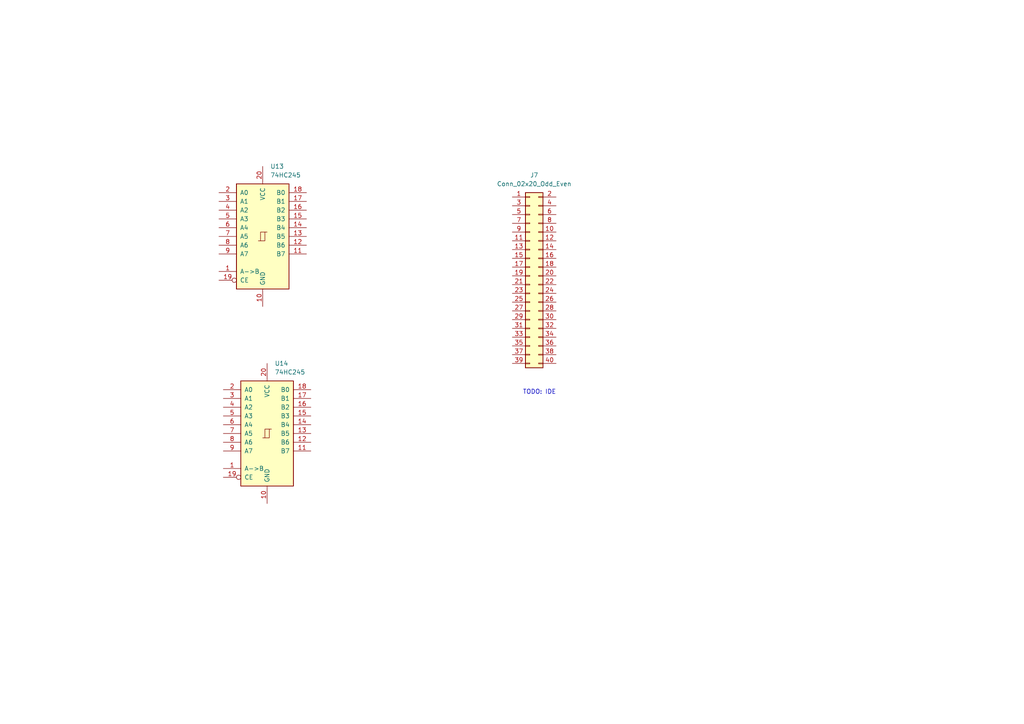
<source format=kicad_sch>
(kicad_sch (version 20231120) (generator "eeschema") (generator_version "8.0")
  (paper "A4")
  (title_block (title "Mackerel-10 SBC v1") (date "2024-07-30") (rev "1.0a") (company "Colin Maykish"))
  (lib_symbols
    (symbol "74xx:74HC245" (pin_names (offset 1.016))
      (property "Reference" "U" (at -7.62 16.51 0))
      (property "Value" "74HC245" (at -7.62 -16.51 0))
      (symbol "74HC245_1_0"
        (polyline (pts (xy -0.635 -1.27) (xy -0.635 1.27) (xy 0.635 1.27)))
        (polyline (pts (xy -1.27 -1.27) (xy 0.635 -1.27) (xy 0.635 1.27) (xy 1.27 1.27)))
        (pin input line (at -12.7 -10.16 0) (length 5.08) (name "A->B") (number "1"))
        (pin power_in line (at 0 -20.32 90) (length 5.08) (name "GND") (number "10"))
        (pin tri_state line (at 12.7 -5.08 180) (length 5.08) (name "B7") (number "11"))
        (pin tri_state line (at 12.7 -2.54 180) (length 5.08) (name "B6") (number "12"))
        (pin tri_state line (at 12.7 0 180) (length 5.08) (name "B5") (number "13"))
        (pin tri_state line (at 12.7 2.54 180) (length 5.08) (name "B4") (number "14"))
        (pin tri_state line (at 12.7 5.08 180) (length 5.08) (name "B3") (number "15"))
        (pin tri_state line (at 12.7 7.62 180) (length 5.08) (name "B2") (number "16"))
        (pin tri_state line (at 12.7 10.16 180) (length 5.08) (name "B1") (number "17"))
        (pin tri_state line (at 12.7 12.7 180) (length 5.08) (name "B0") (number "18"))
        (pin input inverted (at -12.7 -12.7 0) (length 5.08) (name "CE") (number "19"))
        (pin tri_state line (at -12.7 12.7 0) (length 5.08) (name "A0") (number "2"))
        (pin power_in line (at 0 20.32 270) (length 5.08) (name "VCC") (number "20"))
        (pin tri_state line (at -12.7 10.16 0) (length 5.08) (name "A1") (number "3"))
        (pin tri_state line (at -12.7 7.62 0) (length 5.08) (name "A2") (number "4"))
        (pin tri_state line (at -12.7 5.08 0) (length 5.08) (name "A3") (number "5"))
        (pin tri_state line (at -12.7 2.54 0) (length 5.08) (name "A4") (number "6"))
        (pin tri_state line (at -12.7 0 0) (length 5.08) (name "A5") (number "7"))
        (pin tri_state line (at -12.7 -2.54 0) (length 5.08) (name "A6") (number "8"))
        (pin tri_state line (at -12.7 -5.08 0) (length 5.08) (name "A7") (number "9"))
      )
      (symbol "74HC245_1_1"
        (rectangle (start -7.62 15.24) (end 7.62 -15.24) (stroke (width 0.254)) (fill (type background)))
      )
    )
    (symbol "Connector_Generic:Conn_02x20_Odd_Even" (pin_names (offset 1.016) hide)
      (property "Reference" "J" (at 1.27 25.4 0))
      (property "Value" "Conn_02x20_Odd_Even" (at 1.27 -27.94 0))
      (symbol "Conn_02x20_Odd_Even_1_1"
        (rectangle (start -1.27 -25.273) (end 0 -25.527) (stroke (width 0.1524)))
        (rectangle (start -1.27 -22.733) (end 0 -22.987) (stroke (width 0.1524)))
        (rectangle (start -1.27 -20.193) (end 0 -20.447) (stroke (width 0.1524)))
        (rectangle (start -1.27 -17.653) (end 0 -17.907) (stroke (width 0.1524)))
        (rectangle (start -1.27 -15.113) (end 0 -15.367) (stroke (width 0.1524)))
        (rectangle (start -1.27 -12.573) (end 0 -12.827) (stroke (width 0.1524)))
        (rectangle (start -1.27 -10.033) (end 0 -10.287) (stroke (width 0.1524)))
        (rectangle (start -1.27 -7.493) (end 0 -7.747) (stroke (width 0.1524)))
        (rectangle (start -1.27 -4.953) (end 0 -5.207) (stroke (width 0.1524)))
        (rectangle (start -1.27 -2.413) (end 0 -2.667) (stroke (width 0.1524)))
        (rectangle (start -1.27 0.127) (end 0 -0.127) (stroke (width 0.1524)))
        (rectangle (start -1.27 2.667) (end 0 2.413) (stroke (width 0.1524)))
        (rectangle (start -1.27 5.207) (end 0 4.953) (stroke (width 0.1524)))
        (rectangle (start -1.27 7.747) (end 0 7.493) (stroke (width 0.1524)))
        (rectangle (start -1.27 10.287) (end 0 10.033) (stroke (width 0.1524)))
        (rectangle (start -1.27 12.827) (end 0 12.573) (stroke (width 0.1524)))
        (rectangle (start -1.27 15.367) (end 0 15.113) (stroke (width 0.1524)))
        (rectangle (start -1.27 17.907) (end 0 17.653) (stroke (width 0.1524)))
        (rectangle (start -1.27 20.447) (end 0 20.193) (stroke (width 0.1524)))
        (rectangle (start -1.27 22.987) (end 0 22.733) (stroke (width 0.1524)))
        (rectangle (start -1.27 24.13) (end 3.81 -26.67) (stroke (width 0.254)) (fill (type background)))
        (rectangle (start 3.81 -25.273) (end 2.54 -25.527) (stroke (width 0.1524)))
        (rectangle (start 3.81 -22.733) (end 2.54 -22.987) (stroke (width 0.1524)))
        (rectangle (start 3.81 -20.193) (end 2.54 -20.447) (stroke (width 0.1524)))
        (rectangle (start 3.81 -17.653) (end 2.54 -17.907) (stroke (width 0.1524)))
        (rectangle (start 3.81 -15.113) (end 2.54 -15.367) (stroke (width 0.1524)))
        (rectangle (start 3.81 -12.573) (end 2.54 -12.827) (stroke (width 0.1524)))
        (rectangle (start 3.81 -10.033) (end 2.54 -10.287) (stroke (width 0.1524)))
        (rectangle (start 3.81 -7.493) (end 2.54 -7.747) (stroke (width 0.1524)))
        (rectangle (start 3.81 -4.953) (end 2.54 -5.207) (stroke (width 0.1524)))
        (rectangle (start 3.81 -2.413) (end 2.54 -2.667) (stroke (width 0.1524)))
        (rectangle (start 3.81 0.127) (end 2.54 -0.127) (stroke (width 0.1524)))
        (rectangle (start 3.81 2.667) (end 2.54 2.413) (stroke (width 0.1524)))
        (rectangle (start 3.81 5.207) (end 2.54 4.953) (stroke (width 0.1524)))
        (rectangle (start 3.81 7.747) (end 2.54 7.493) (stroke (width 0.1524)))
        (rectangle (start 3.81 10.287) (end 2.54 10.033) (stroke (width 0.1524)))
        (rectangle (start 3.81 12.827) (end 2.54 12.573) (stroke (width 0.1524)))
        (rectangle (start 3.81 15.367) (end 2.54 15.113) (stroke (width 0.1524)))
        (rectangle (start 3.81 17.907) (end 2.54 17.653) (stroke (width 0.1524)))
        (rectangle (start 3.81 20.447) (end 2.54 20.193) (stroke (width 0.1524)))
        (rectangle (start 3.81 22.987) (end 2.54 22.733) (stroke (width 0.1524)))
        (pin passive line (at -5.08 22.86 0) (length 3.81) (name "Pin_1") (number "1"))
        (pin passive line (at 7.62 12.7 180) (length 3.81) (name "Pin_10") (number "10"))
        (pin passive line (at -5.08 10.16 0) (length 3.81) (name "Pin_11") (number "11"))
        (pin passive line (at 7.62 10.16 180) (length 3.81) (name "Pin_12") (number "12"))
        (pin passive line (at -5.08 7.62 0) (length 3.81) (name "Pin_13") (number "13"))
        (pin passive line (at 7.62 7.62 180) (length 3.81) (name "Pin_14") (number "14"))
        (pin passive line (at -5.08 5.08 0) (length 3.81) (name "Pin_15") (number "15"))
        (pin passive line (at 7.62 5.08 180) (length 3.81) (name "Pin_16") (number "16"))
        (pin passive line (at -5.08 2.54 0) (length 3.81) (name "Pin_17") (number "17"))
        (pin passive line (at 7.62 2.54 180) (length 3.81) (name "Pin_18") (number "18"))
        (pin passive line (at -5.08 0 0) (length 3.81) (name "Pin_19") (number "19"))
        (pin passive line (at 7.62 22.86 180) (length 3.81) (name "Pin_2") (number "2"))
        (pin passive line (at 7.62 0 180) (length 3.81) (name "Pin_20") (number "20"))
        (pin passive line (at -5.08 -2.54 0) (length 3.81) (name "Pin_21") (number "21"))
        (pin passive line (at 7.62 -2.54 180) (length 3.81) (name "Pin_22") (number "22"))
        (pin passive line (at -5.08 -5.08 0) (length 3.81) (name "Pin_23") (number "23"))
        (pin passive line (at 7.62 -5.08 180) (length 3.81) (name "Pin_24") (number "24"))
        (pin passive line (at -5.08 -7.62 0) (length 3.81) (name "Pin_25") (number "25"))
        (pin passive line (at 7.62 -7.62 180) (length 3.81) (name "Pin_26") (number "26"))
        (pin passive line (at -5.08 -10.16 0) (length 3.81) (name "Pin_27") (number "27"))
        (pin passive line (at 7.62 -10.16 180) (length 3.81) (name "Pin_28") (number "28"))
        (pin passive line (at -5.08 -12.7 0) (length 3.81) (name "Pin_29") (number "29"))
        (pin passive line (at -5.08 20.32 0) (length 3.81) (name "Pin_3") (number "3"))
        (pin passive line (at 7.62 -12.7 180) (length 3.81) (name "Pin_30") (number "30"))
        (pin passive line (at -5.08 -15.24 0) (length 3.81) (name "Pin_31") (number "31"))
        (pin passive line (at 7.62 -15.24 180) (length 3.81) (name "Pin_32") (number "32"))
        (pin passive line (at -5.08 -17.78 0) (length 3.81) (name "Pin_33") (number "33"))
        (pin passive line (at 7.62 -17.78 180) (length 3.81) (name "Pin_34") (number "34"))
        (pin passive line (at -5.08 -20.32 0) (length 3.81) (name "Pin_35") (number "35"))
        (pin passive line (at 7.62 -20.32 180) (length 3.81) (name "Pin_36") (number "36"))
        (pin passive line (at -5.08 -22.86 0) (length 3.81) (name "Pin_37") (number "37"))
        (pin passive line (at 7.62 -22.86 180) (length 3.81) (name "Pin_38") (number "38"))
        (pin passive line (at -5.08 -25.4 0) (length 3.81) (name "Pin_39") (number "39"))
        (pin passive line (at 7.62 20.32 180) (length 3.81) (name "Pin_4") (number "4"))
        (pin passive line (at 7.62 -25.4 180) (length 3.81) (name "Pin_40") (number "40"))
        (pin passive line (at -5.08 17.78 0) (length 3.81) (name "Pin_5") (number "5"))
        (pin passive line (at 7.62 17.78 180) (length 3.81) (name "Pin_6") (number "6"))
        (pin passive line (at -5.08 15.24 0) (length 3.81) (name "Pin_7") (number "7"))
        (pin passive line (at 7.62 15.24 180) (length 3.81) (name "Pin_8") (number "8"))
        (pin passive line (at -5.08 12.7 0) (length 3.81) (name "Pin_9") (number "9"))
      )
    )
  )
  (text "TODO: IDE" (at 156.464 113.792 0) (effects (font (size 1.27 1.27))))
  (symbol (lib_id "74xx:74HC245") (at 77.47 125.73 0) (unit 1)
    (property "Reference" "U14" (at 79.6641 105.41 0) (effects (justify left)))
    (property "Value" "74HC245" (at 79.6641 107.95 0) (effects (justify left)))
    (property "Footprint" "Package_DIP:DIP-20_W7.62mm" (effects (hide yes)))
    (property "Datasheet" "http://www.ti.com/lit/gpn/sn74HC245" (effects (hide yes)))
    (property "Description" "Octal BUS Transceivers, 3-State outputs" (effects (hide yes)))
  )
  (symbol (lib_id "74xx:74HC245") (at 76.2 68.58 0) (unit 1)
    (property "Reference" "U13" (at 78.3941 48.26 0) (effects (justify left)))
    (property "Value" "74HC245" (at 78.3941 50.8 0) (effects (justify left)))
    (property "Footprint" "Package_DIP:DIP-20_W7.62mm" (effects (hide yes)))
    (property "Datasheet" "http://www.ti.com/lit/gpn/sn74HC245" (effects (hide yes)))
    (property "Description" "Octal BUS Transceivers, 3-State outputs" (effects (hide yes)))
  )
  (symbol (lib_id "Connector_Generic:Conn_02x20_Odd_Even") (at 153.67 80.01 0) (unit 1)
    (property "Reference" "J7" (at 154.94 50.8 0))
    (property "Value" "Conn_02x20_Odd_Even" (at 154.94 53.34 0))
    (property "Footprint" "Connector_IDC:IDC-Header_2x20_P2.54mm_Vertical" (effects (hide yes)))
    (property "Description" "Generic connector, double row, 02x20, odd/even pin numbering scheme (row 1 odd numbers, row 2 even numbers), script generated (kicad-library-utils/schlib/autogen/connector/)" (effects (hide yes)))
  )
)
</source>
